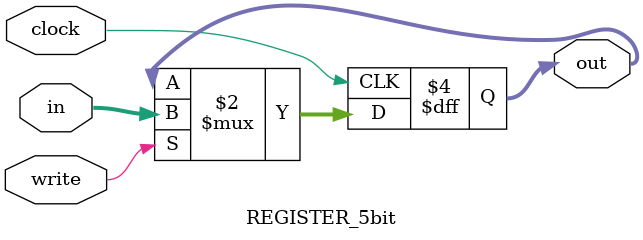
<source format=v>
module REGISTER_5bit (
    out, in,
    write, clock
);

    input clock, write;
    input [31: 0] in;
    output [31: 0] out;

    always @ (posedge clock)
        if (write) out <= in;
endmodule

</source>
